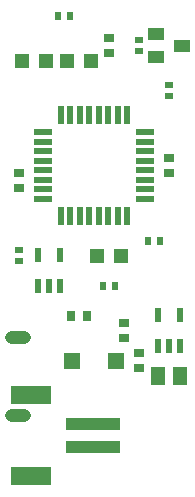
<source format=gbr>
G04 EAGLE Gerber RS-274X export*
G75*
%MOMM*%
%FSLAX34Y34*%
%LPD*%
%INSolderpaste Top*%
%IPPOS*%
%AMOC8*
5,1,8,0,0,1.08239X$1,22.5*%
G01*
%ADD10R,1.200000X1.200000*%
%ADD11R,1.500000X0.550000*%
%ADD12R,0.550000X1.500000*%
%ADD13R,0.600000X0.700000*%
%ADD14R,0.700000X0.600000*%
%ADD15R,0.900000X0.700000*%
%ADD16R,0.550000X1.200000*%
%ADD17R,1.400000X1.400000*%
%ADD18R,0.700000X0.900000*%
%ADD19R,1.300000X1.500000*%
%ADD20R,1.400000X1.000000*%
%ADD21R,4.600000X1.000000*%
%ADD22R,3.400000X1.600000*%
%ADD23C,1.066800*%


D10*
X-175600Y50800D03*
X-154600Y50800D03*
X-192700Y50800D03*
X-213700Y50800D03*
D11*
X-109400Y-66100D03*
X-109400Y-58100D03*
X-109400Y-50100D03*
X-109400Y-42100D03*
X-109400Y-34100D03*
X-109400Y-26100D03*
X-109400Y-18100D03*
X-109400Y-10100D03*
D12*
X-124400Y4900D03*
X-132400Y4900D03*
X-140400Y4900D03*
X-148400Y4900D03*
X-156400Y4900D03*
X-164400Y4900D03*
X-172400Y4900D03*
X-180400Y4900D03*
D11*
X-195400Y-10100D03*
X-195400Y-18100D03*
X-195400Y-26100D03*
X-195400Y-34100D03*
X-195400Y-42100D03*
X-195400Y-50100D03*
X-195400Y-58100D03*
X-195400Y-66100D03*
D12*
X-180400Y-81100D03*
X-172400Y-81100D03*
X-164400Y-81100D03*
X-156400Y-81100D03*
X-148400Y-81100D03*
X-140400Y-81100D03*
X-132400Y-81100D03*
X-124400Y-81100D03*
D13*
X-96600Y-101600D03*
X-106600Y-101600D03*
X-182800Y88900D03*
X-172800Y88900D03*
D14*
X-114300Y58500D03*
X-114300Y68500D03*
D15*
X-139700Y57000D03*
X-139700Y70000D03*
D16*
X-98400Y-190801D03*
X-88900Y-190801D03*
X-79400Y-190801D03*
X-79400Y-164799D03*
X-98400Y-164799D03*
D17*
X-133900Y-203200D03*
X-170900Y-203200D03*
D16*
X-200000Y-140001D03*
X-190500Y-140001D03*
X-181000Y-140001D03*
X-181000Y-113999D03*
X-200000Y-113999D03*
D10*
X-129200Y-114300D03*
X-150200Y-114300D03*
D15*
X-215900Y-44300D03*
X-215900Y-57300D03*
X-114300Y-196700D03*
X-114300Y-209700D03*
X-88900Y-31600D03*
X-88900Y-44600D03*
X-127000Y-171300D03*
X-127000Y-184300D03*
D13*
X-144700Y-139700D03*
X-134700Y-139700D03*
D14*
X-215900Y-119300D03*
X-215900Y-109300D03*
D18*
X-158600Y-165100D03*
X-171600Y-165100D03*
D19*
X-79400Y-215900D03*
X-98400Y-215900D03*
D20*
X-77900Y63500D03*
X-99900Y54000D03*
X-99900Y73000D03*
D21*
X-153500Y-276700D03*
X-153500Y-256700D03*
D22*
X-205500Y-300700D03*
X-205500Y-232700D03*
D23*
X-211582Y-248920D02*
X-222758Y-248920D01*
X-222758Y-182880D02*
X-211582Y-182880D01*
D14*
X-88900Y20400D03*
X-88900Y30400D03*
M02*

</source>
